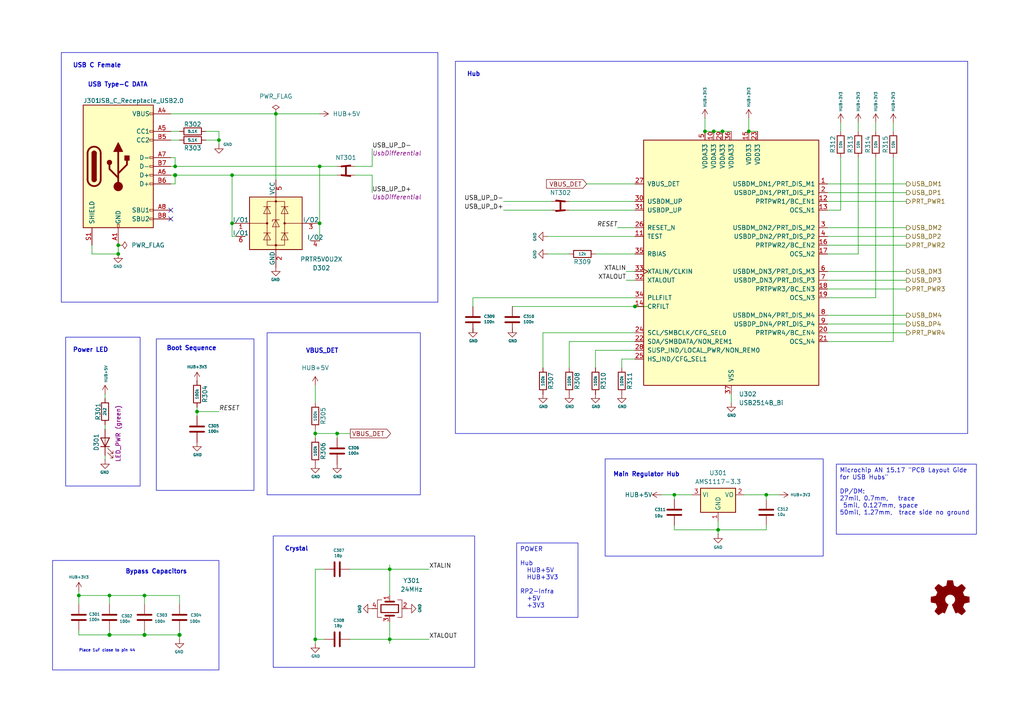
<source format=kicad_sch>
(kicad_sch (version 20231120) (generator "eeschema") (generator_version "8.0")
  (paper "A4")
  (title_block (title "Octoprobe tentacle") (date "2025-09-02") (rev "0.5") (company "Hans Märki, Märki Informatik") (comment 1 "The MIT License (MIT)"))
  (lib_symbols
    (symbol "00_project_library:AMS1117-3.3"
      (property "Reference" "U" (at -3.81 3.175 0))
      (property "Value" "AMS1117-3.3" (at 0 3.175 0))
      (symbol "AMS1117-3.3_1_1"
        (pin power_in line (at 0 -7.62 90) (length 2.54) (name "GND") (number "1"))
        (pin power_out line (at 7.62 0 180) (length 2.54) (name "VO") (number "2"))
        (pin power_in line (at -7.62 0 0) (length 2.54) (name "VI") (number "3"))
      )
    )
    (symbol "00_project_library:C" (pin_numbers hide) (pin_names (offset 0.254))
      (property "Reference" "C" (at 0.635 2.54 0))
      (property "Value" "C" (at 0.635 -2.54 0))
      (symbol "C_1_1"
        (pin passive line (at 0 3.81 270) (length 2.794) (name "~") (number "1"))
        (pin passive line (at 0 -3.81 90) (length 2.794) (name "~") (number "2"))
      )
    )
    (symbol "00_project_library:LED GREEN" (pin_numbers hide) (pin_names (offset 1.016) hide)
      (property "Reference" "D" (at 0 2.54 0))
      (property "Value" "LED GREEN" (at 0 -2.54 0))
      (symbol "LED GREEN_1_1"
        (pin passive line (at -3.81 0 0) (length 2.54) (name "K") (number "1"))
        (pin passive line (at 3.81 0 180) (length 2.54) (name "A") (number "2"))
      )
    )
    (symbol "00_project_library:PRTR5V0U2X" (pin_names (offset 0))
      (property "Reference" "D" (at 2.794 8.636 0))
      (property "Value" "PRTR5V0U2X" (at 8.128 -9.398 0))
      (property "JLC" "C2937001" (at 0 0 0))
      (symbol "PRTR5V0U2X_1_0"
        (pin passive line (at 12.7 -5.08 180) (length 2.54) (name "I/O2") (number "4"))
        (pin passive line (at -11.43 -3.81 0) (length 2.54) (name "I/O1") (number "6"))
      )
      (symbol "PRTR5V0U2X_1_1"
        (pin passive line (at -12.7 0 0) (length 5.08) (name "I/O1") (number "1"))
        (pin passive line (at 0 -12.7 90) (length 5.08) (name "GND") (number "2"))
        (pin passive line (at 12.7 0 180) (length 5.08) (name "I/O2") (number "3"))
        (pin passive line (at 0 12.7 270) (length 5.08) (name "VCC") (number "5"))
      )
    )
    (symbol "00_project_library:USB_C_Receptacle_USB2.0" (pin_names (offset 1.016))
      (property "Reference" "J" (at -10.16 19.05 0))
      (property "Value" "USB_C_Receptacle_USB2.0" (at 19.05 19.05 0))
      (symbol "USB_C_Receptacle_USB2.0_1_1"
        (pin passive line (at 0 -22.86 90) (length 5.08) (name "GND") (number "A1"))
        (pin passive line (at 0 -22.86 90) (length 5.08) hide (name "GND") (number "A12"))
        (pin passive line (at 15.24 15.24 180) (length 5.08) (name "VBUS") (number "A4"))
        (pin bidirectional line (at 15.24 10.16 180) (length 5.08) (name "CC1") (number "A5"))
        (pin bidirectional line (at 15.24 -2.54 180) (length 5.08) (name "D+") (number "A6"))
        (pin bidirectional line (at 15.24 2.54 180) (length 5.08) (name "D-") (number "A7"))
        (pin bidirectional line (at 15.24 -12.7 180) (length 5.08) (name "SBU1") (number "A8"))
        (pin passive line (at 15.24 15.24 180) (length 5.08) hide (name "VBUS") (number "A9"))
        (pin passive line (at 0 -22.86 90) (length 5.08) hide (name "GND") (number "B1"))
        (pin passive line (at 0 -22.86 90) (length 5.08) hide (name "GND") (number "B12"))
        (pin passive line (at 15.24 15.24 180) (length 5.08) hide (name "VBUS") (number "B4"))
        (pin bidirectional line (at 15.24 7.62 180) (length 5.08) (name "CC2") (number "B5"))
        (pin bidirectional line (at 15.24 -5.08 180) (length 5.08) (name "D+") (number "B6"))
        (pin bidirectional line (at 15.24 0 180) (length 5.08) (name "D-") (number "B7"))
        (pin bidirectional line (at 15.24 -15.24 180) (length 5.08) (name "SBU2") (number "B8"))
        (pin passive line (at 15.24 15.24 180) (length 5.08) hide (name "VBUS") (number "B9"))
        (pin passive line (at -7.62 -22.86 90) (length 5.08) (name "SHIELD") (number "S1"))
      )
    )
    (symbol "00_project_library:octoprobe_NetTie_USB_Differential" (pin_numbers hide) (pin_names (offset 0) hide) (in_bom no)
      (property "Reference" "NT" (at 0 1.27 0))
      (symbol "octoprobe_NetTie_USB_Differential_1_1"
        (pin passive line (at -2.54 0 0) (length 2.54) (name "1") (number "1"))
        (pin passive line (at 2.54 0 180) (length 2.54) (name "2") (number "2"))
        (pin passive line (at -2.54 -2.54 0) (length 2.54) (name "3") (number "3"))
        (pin passive line (at 2.54 -2.54 180) (length 2.54) (name "4") (number "4"))
      )
    )
    (symbol "Device:Crystal_GND24" (pin_names (offset 1.016) hide)
      (property "Reference" "Y" (at 3.175 5.08 0))
      (property "Value" "Crystal_GND24" (at 3.175 3.175 0))
      (symbol "Crystal_GND24_1_1"
        (pin passive line (at -3.81 0 0) (length 1.27) (name "1") (number "1"))
        (pin passive line (at 0 5.08 270) (length 1.27) (name "2") (number "2"))
        (pin passive line (at 3.81 0 180) (length 1.27) (name "3") (number "3"))
        (pin passive line (at 0 -5.08 90) (length 1.27) (name "4") (number "4"))
      )
    )
    (symbol "Device:R" (pin_numbers hide) (pin_names (offset 0))
      (property "Reference" "R" (at 2.032 0 90))
      (property "Value" "R" (at 0 0 90))
      (symbol "R_1_1"
        (pin passive line (at 0 3.81 270) (length 1.27) (name "~") (number "1"))
        (pin passive line (at 0 -3.81 90) (length 1.27) (name "~") (number "2"))
      )
    )
    (symbol "Graphic:Logo_Open_Hardware_Small" (in_bom no) (on_board no))
    (symbol "Interface_USB:USB2514B_Bi" (pin_names (offset 1.016))
      (property "Reference" "U" (at -17.78 40.64 0))
      (property "Value" "USB2514B_Bi" (at -20.32 38.1 0))
      (symbol "USB2514B_Bi_1_1"
        (pin bidirectional line (at 27.94 22.86 180) (length 2.54) (name "USBDM_DN1/PRT_DIS_M1") (number "1"))
        (pin power_in line (at -5.08 38.1 270) (length 2.54) (name "VDDA33") (number "10"))
        (pin input line (at -27.94 7.62 0) (length 2.54) (name "TEST") (number "11"))
        (pin bidirectional line (at 27.94 17.78 180) (length 2.54) (name "PRTPWR1/BC_EN1") (number "12"))
        (pin input line (at 27.94 15.24 180) (length 2.54) (name "OCS_N1") (number "13"))
        (pin input line (at -27.94 -12.7 0) (length 2.54) (name "CRFILT") (number "14"))
        (pin power_in line (at 5.08 38.1 270) (length 2.54) (name "VDD33") (number "15"))
        (pin bidirectional line (at 27.94 5.08 180) (length 2.54) (name "PRTPWR2/BC_EN2") (number "16"))
        (pin input line (at 27.94 2.54 180) (length 2.54) (name "OCS_N2") (number "17"))
        (pin bidirectional line (at 27.94 -7.62 180) (length 2.54) (name "PRTPWR3/BC_EN3") (number "18"))
        (pin input line (at 27.94 -10.16 180) (length 2.54) (name "OCS_N3") (number "19"))
        (pin bidirectional line (at 27.94 20.32 180) (length 2.54) (name "USBDP_DN1/PRT_DIS_P1") (number "2"))
        (pin bidirectional line (at 27.94 -20.32 180) (length 2.54) (name "PRTPWR4/BC_EN4") (number "20"))
        (pin input line (at 27.94 -22.86 180) (length 2.54) (name "OCS_N4") (number "21"))
        (pin bidirectional line (at -27.94 -22.86 0) (length 2.54) (name "SDA/SMBDATA/NON_REM1") (number "22"))
        (pin power_in line (at 7.62 38.1 270) (length 2.54) (name "VDD33") (number "23"))
        (pin bidirectional line (at -27.94 -20.32 0) (length 2.54) (name "SCL/SMBCLK/CFG_SEL0") (number "24"))
        (pin bidirectional line (at -27.94 -27.94 0) (length 2.54) (name "HS_IND/CFG_SEL1") (number "25"))
        (pin input line (at -27.94 10.16 0) (length 2.54) (name "RESET_N") (number "26"))
        (pin input line (at -27.94 22.86 0) (length 2.54) (name "VBUS_DET") (number "27"))
        (pin bidirectional line (at -27.94 -25.4 0) (length 2.54) (name "SUSP_IND/LOCAL_PWR/NON_REM0") (number "28"))
        (pin power_in line (at -2.54 38.1 270) (length 2.54) (name "VDDA33") (number "29"))
        (pin bidirectional line (at 27.94 10.16 180) (length 2.54) (name "USBDM_DN2/PRT_DIS_M2") (number "3"))
        (pin bidirectional line (at -27.94 17.78 0) (length 2.54) (name "USBDM_UP") (number "30"))
        (pin bidirectional line (at -27.94 15.24 0) (length 2.54) (name "USBDP_UP") (number "31"))
        (pin output line (at -27.94 -5.08 0) (length 2.54) (name "XTALOUT") (number "32"))
        (pin input clock (at -27.94 -2.54 0) (length 2.54) (name "XTALIN/CLKIN") (number "33"))
        (pin input line (at -27.94 -10.16 0) (length 2.54) (name "PLLFILT") (number "34"))
        (pin input line (at -27.94 2.54 0) (length 2.54) (name "RBIAS") (number "35"))
        (pin power_in line (at 0 38.1 270) (length 2.54) (name "VDDA33") (number "36"))
        (pin power_in line (at 0 -38.1 90) (length 2.54) (name "VSS") (number "37"))
        (pin bidirectional line (at 27.94 7.62 180) (length 2.54) (name "USBDP_DN2/PRT_DIS_P2") (number "4"))
        (pin power_in line (at -7.62 38.1 270) (length 2.54) (name "VDDA33") (number "5"))
        (pin bidirectional line (at 27.94 -2.54 180) (length 2.54) (name "USBDM_DN3/PRT_DIS_M3") (number "6"))
        (pin bidirectional line (at 27.94 -5.08 180) (length 2.54) (name "USBDP_DN3/PRT_DIS_P3") (number "7"))
        (pin bidirectional line (at 27.94 -15.24 180) (length 2.54) (name "USBDM_DN4/PRT_DIS_M4") (number "8"))
        (pin bidirectional line (at 27.94 -17.78 180) (length 2.54) (name "USBDP_DN4/PRT_DIS_P4") (number "9"))
      )
    )
    (symbol "power:+3V3" (power) (pin_numbers hide) (pin_names (offset 0) hide)
      (property "Value" "+3V3" (at 0 3.556 0))
      (symbol "+3V3_1_1"
        (pin power_in line (at 0 0 90) (length 0) (name "~") (number "1"))
      )
    )
    (symbol "power:+5V" (power) (pin_numbers hide) (pin_names (offset 0) hide)
      (property "Value" "+5V" (at 0 3.556 0))
      (symbol "+5V_1_1"
        (pin power_in line (at 0 0 90) (length 0) (name "~") (number "1"))
      )
    )
    (symbol "power:GND" (power) (pin_numbers hide) (pin_names (offset 0) hide)
      (property "Value" "GND" (at 0 -3.81 0))
      (symbol "GND_1_1"
        (pin power_in line (at 0 0 270) (length 0) (name "~") (number "1"))
      )
    )
    (symbol "power:PWR_FLAG" (power) (pin_numbers hide) (pin_names (offset 0) hide)
      (property "Value" "PWR_FLAG" (at 0 3.81 0))
      (symbol "PWR_FLAG_0_0"
        (pin power_out line (at 0 0 90) (length 0) (name "~") (number "1"))
      )
    )
  )
  (junction (at 91.44 185.42))
  (junction (at 80.01 33.02))
  (junction (at 50.8 50.8) (diameter 1.016))
  (junction (at 31.75 172.72))
  (junction (at 50.8 48.26))
  (junction (at 63.5 40.64))
  (junction (at 97.79 125.73))
  (junction (at 52.07 184.15) (diameter 1.016))
  (junction (at 57.15 119.38))
  (junction (at 34.29 73.66))
  (junction (at 92.71 48.26))
  (junction (at 92.71 64.77))
  (junction (at 67.31 50.8))
  (junction (at 207.01 38.1))
  (junction (at 41.91 172.72))
  (junction (at 208.28 153.67))
  (junction (at 195.58 143.51))
  (junction (at 34.29 71.12))
  (junction (at 204.47 38.1))
  (junction (at 91.44 125.73))
  (junction (at 67.31 64.77))
  (junction (at 217.17 38.1))
  (junction (at 113.03 165.1))
  (junction (at 209.55 38.1))
  (junction (at 184.15 88.9))
  (junction (at 113.03 185.42))
  (junction (at 22.86 172.72))
  (junction (at 41.91 184.15) (diameter 1.016))
  (junction (at 222.25 143.51))
  (junction (at 31.75 184.15) (diameter 1.016))
  (no_connect (at 49.53 63.5))
  (no_connect (at 49.53 60.96))
  (wire (pts (xy 240.03 96.52) (xy 262.89 96.52)))
  (wire (pts (xy 113.03 185.42) (xy 124.46 185.42)))
  (wire (pts (xy 107.95 43.18) (xy 107.95 48.26)))
  (wire (pts (xy 30.48 132.08) (xy 30.48 133.35)))
  (wire (pts (xy 92.71 48.26) (xy 92.71 64.77)))
  (wire (pts (xy 80.01 33.02) (xy 92.71 33.02)))
  (wire (pts (xy 208.28 153.67) (xy 208.28 154.94)))
  (wire (pts (xy 49.53 50.8) (xy 50.8 50.8)))
  (wire (pts (xy 240.03 53.34) (xy 262.89 53.34)))
  (wire (pts (xy 22.86 172.72) (xy 31.75 172.72)))
  (wire (pts (xy 180.34 104.14) (xy 184.15 104.14)))
  (wire (pts (xy 222.25 152.4) (xy 222.25 153.67)))
  (wire (pts (xy 212.09 116.84) (xy 212.09 114.3)))
  (wire (pts (xy 22.86 182.88) (xy 22.86 184.15)))
  (wire (pts (xy 50.8 50.8) (xy 67.31 50.8)))
  (wire (pts (xy 222.25 143.51) (xy 226.06 143.51)))
  (wire (pts (xy 180.34 106.68) (xy 180.34 104.14)))
  (wire (pts (xy 91.44 185.42) (xy 93.98 185.42)))
  (wire (pts (xy 207.01 38.1) (xy 209.55 38.1)))
  (wire (pts (xy 165.1 58.42) (xy 184.15 58.42)))
  (wire (pts (xy 49.53 38.1) (xy 52.07 38.1)))
  (wire (pts (xy 240.03 78.74) (xy 262.89 78.74)))
  (wire (pts (xy 181.61 78.74) (xy 184.15 78.74)))
  (wire (pts (xy 165.1 99.06) (xy 184.15 99.06)))
  (wire (pts (xy 91.44 124.46) (xy 91.44 125.73)))
  (wire (pts (xy 240.03 99.06) (xy 259.08 99.06)))
  (wire (pts (xy 67.31 68.58) (xy 67.31 64.77)))
  (wire (pts (xy 91.44 125.73) (xy 91.44 127)))
  (wire (pts (xy 215.9 143.51) (xy 222.25 143.51)))
  (wire (pts (xy 240.03 71.12) (xy 262.89 71.12)))
  (wire (pts (xy 31.75 182.88) (xy 31.75 184.15)))
  (wire (pts (xy 26.67 73.66) (xy 34.29 73.66)))
  (wire (pts (xy 113.03 186.69) (xy 113.03 185.42)))
  (wire (pts (xy 49.53 45.72) (xy 50.8 45.72)))
  (wire (pts (xy 243.84 60.96) (xy 243.84 45.72)))
  (wire (pts (xy 92.71 64.77) (xy 92.71 69.85)))
  (wire (pts (xy 91.44 111.76) (xy 91.44 116.84)))
  (wire (pts (xy 187.96 88.9) (xy 184.15 88.9)))
  (wire (pts (xy 157.48 96.52) (xy 184.15 96.52)))
  (wire (pts (xy 52.07 172.72) (xy 52.07 175.26)))
  (wire (pts (xy 91.44 125.73) (xy 97.79 125.73)))
  (wire (pts (xy 49.53 33.02) (xy 80.01 33.02)))
  (wire (pts (xy 67.31 50.8) (xy 67.31 64.77)))
  (wire (pts (xy 59.69 40.64) (xy 63.5 40.64)))
  (wire (pts (xy 204.47 34.29) (xy 204.47 38.1)))
  (wire (pts (xy 240.03 60.96) (xy 243.84 60.96)))
  (wire (pts (xy 259.08 99.06) (xy 259.08 45.72)))
  (wire (pts (xy 26.67 71.12) (xy 26.67 73.66)))
  (wire (pts (xy 208.28 151.13) (xy 208.28 153.67)))
  (wire (pts (xy 63.5 38.1) (xy 63.5 40.64)))
  (wire (pts (xy 57.15 119.38) (xy 57.15 120.65)))
  (wire (pts (xy 34.29 71.12) (xy 34.29 73.66)))
  (wire (pts (xy 148.59 88.9) (xy 184.15 88.9)))
  (wire (pts (xy 30.48 123.19) (xy 30.48 124.46)))
  (wire (pts (xy 195.58 143.51) (xy 195.58 144.78)))
  (wire (pts (xy 49.53 53.34) (xy 50.8 53.34)))
  (wire (pts (xy 217.17 34.29) (xy 217.17 38.1)))
  (wire (pts (xy 240.03 86.36) (xy 254 86.36)))
  (wire (pts (xy 107.95 50.8) (xy 102.87 50.8)))
  (wire (pts (xy 22.86 184.15) (xy 31.75 184.15)))
  (wire (pts (xy 165.1 106.68) (xy 165.1 99.06)))
  (wire (pts (xy 172.72 101.6) (xy 172.72 106.68)))
  (wire (pts (xy 30.48 115.57) (xy 30.48 114.3)))
  (wire (pts (xy 113.03 180.34) (xy 113.03 185.42)))
  (wire (pts (xy 195.58 153.67) (xy 208.28 153.67)))
  (wire (pts (xy 240.03 66.04) (xy 262.89 66.04)))
  (wire (pts (xy 240.03 68.58) (xy 262.89 68.58)))
  (wire (pts (xy 80.01 33.02) (xy 80.01 52.07)))
  (wire (pts (xy 157.48 96.52) (xy 157.48 106.68)))
  (wire (pts (xy 195.58 152.4) (xy 195.58 153.67)))
  (wire (pts (xy 240.03 83.82) (xy 262.89 83.82)))
  (wire (pts (xy 97.79 125.73) (xy 97.79 127)))
  (wire (pts (xy 41.91 172.72) (xy 52.07 172.72)))
  (wire (pts (xy 113.03 165.1) (xy 113.03 172.72)))
  (wire (pts (xy 240.03 55.88) (xy 262.89 55.88)))
  (wire (pts (xy 113.03 163.83) (xy 113.03 165.1)))
  (wire (pts (xy 146.05 58.42) (xy 160.02 58.42)))
  (wire (pts (xy 137.16 86.36) (xy 184.15 86.36)))
  (wire (pts (xy 107.95 55.88) (xy 107.95 50.8)))
  (wire (pts (xy 49.53 48.26) (xy 50.8 48.26)))
  (wire (pts (xy 217.17 38.1) (xy 219.71 38.1)))
  (wire (pts (xy 209.55 38.1) (xy 212.09 38.1)))
  (wire (pts (xy 31.75 172.72) (xy 31.75 175.26)))
  (wire (pts (xy 191.77 143.51) (xy 195.58 143.51)))
  (wire (pts (xy 59.69 38.1) (xy 63.5 38.1)))
  (wire (pts (xy 22.86 172.72) (xy 22.86 175.26)))
  (wire (pts (xy 254 35.56) (xy 254 38.1)))
  (wire (pts (xy 172.72 73.66) (xy 184.15 73.66)))
  (wire (pts (xy 137.16 86.36) (xy 137.16 88.9)))
  (wire (pts (xy 204.47 38.1) (xy 207.01 38.1)))
  (wire (pts (xy 200.66 143.51) (xy 195.58 143.51)))
  (wire (pts (xy 124.46 165.1) (xy 113.03 165.1)))
  (wire (pts (xy 31.75 184.15) (xy 41.91 184.15)))
  (wire (pts (xy 49.53 40.64) (xy 52.07 40.64)))
  (wire (pts (xy 63.5 40.64) (xy 63.5 41.91)))
  (wire (pts (xy 22.86 171.45) (xy 22.86 172.72)))
  (wire (pts (xy 52.07 184.15) (xy 52.07 185.42)))
  (wire (pts (xy 158.75 68.58) (xy 184.15 68.58)))
  (wire (pts (xy 57.15 118.11) (xy 57.15 119.38)))
  (wire (pts (xy 101.6 165.1) (xy 113.03 165.1)))
  (wire (pts (xy 92.71 48.26) (xy 97.79 48.26)))
  (wire (pts (xy 222.25 143.51) (xy 222.25 144.78)))
  (wire (pts (xy 41.91 184.15) (xy 52.07 184.15)))
  (wire (pts (xy 91.44 165.1) (xy 93.98 165.1)))
  (wire (pts (xy 259.08 35.56) (xy 259.08 38.1)))
  (wire (pts (xy 179.07 66.04) (xy 184.15 66.04)))
  (wire (pts (xy 254 86.36) (xy 254 45.72)))
  (wire (pts (xy 101.6 185.42) (xy 113.03 185.42)))
  (wire (pts (xy 67.31 50.8) (xy 97.79 50.8)))
  (wire (pts (xy 67.31 68.58) (xy 68.58 68.58)))
  (wire (pts (xy 137.16 95.25) (xy 137.16 96.52)))
  (wire (pts (xy 148.59 95.25) (xy 148.59 96.52)))
  (wire (pts (xy 91.44 186.69) (xy 91.44 185.42)))
  (wire (pts (xy 57.15 119.38) (xy 63.5 119.38)))
  (wire (pts (xy 52.07 182.88) (xy 52.07 184.15)))
  (wire (pts (xy 262.89 58.42) (xy 240.03 58.42)))
  (wire (pts (xy 243.84 35.56) (xy 243.84 38.1)))
  (wire (pts (xy 50.8 53.34) (xy 50.8 50.8)))
  (wire (pts (xy 248.92 73.66) (xy 248.92 45.72)))
  (wire (pts (xy 181.61 81.28) (xy 184.15 81.28)))
  (wire (pts (xy 240.03 73.66) (xy 248.92 73.66)))
  (wire (pts (xy 248.92 35.56) (xy 248.92 38.1)))
  (wire (pts (xy 107.95 48.26) (xy 102.87 48.26)))
  (wire (pts (xy 146.05 60.96) (xy 160.02 60.96)))
  (wire (pts (xy 41.91 182.88) (xy 41.91 184.15)))
  (wire (pts (xy 170.18 53.34) (xy 184.15 53.34)))
  (wire (pts (xy 240.03 91.44) (xy 262.89 91.44)))
  (wire (pts (xy 31.75 172.72) (xy 41.91 172.72)))
  (wire (pts (xy 41.91 172.72) (xy 41.91 175.26)))
  (wire (pts (xy 91.44 165.1) (xy 91.44 185.42)))
  (wire (pts (xy 240.03 81.28) (xy 262.89 81.28)))
  (wire (pts (xy 165.1 60.96) (xy 184.15 60.96)))
  (wire (pts (xy 50.8 48.26) (xy 92.71 48.26)))
  (wire (pts (xy 158.75 73.66) (xy 165.1 73.66)))
  (wire (pts (xy 50.8 45.72) (xy 50.8 48.26)))
  (wire (pts (xy 208.28 153.67) (xy 222.25 153.67)))
  (wire (pts (xy 240.03 93.98) (xy 262.89 93.98)))
  (wire (pts (xy 172.72 101.6) (xy 184.15 101.6)))
  (wire (pts (xy 101.6 125.73) (xy 97.79 125.73)))
  (rectangle (start 17.78 15.24) (end 127 87.63))
  (rectangle (start 15.24 162.56) (end 63.5 194.31))
  (rectangle (start 79.248 155.448) (end 137.668 193.548))
  (rectangle (start 45.339 98.298) (end 73.66 142.24))
  (rectangle (start 19.05 97.79) (end 40.64 140.97))
  (rectangle (start 77.47 96.52) (end 121.92 143.51))
  (rectangle (start 132.08 17.78) (end 280.67 125.73))
  (rectangle (start 175.514 133.096) (end 238.76 161.29))
  (text_box "Microchip AN 15.17 \"PCB Layout Gide for USB Hubs\"\n\nDP/DM:\n27mil, 0.7mm,   trace\n 5mil, 0.127mm, space\n50mil, 1.27mm,  trace side no ground" (at 242.57 134.62 0) (size 40.64 20.32) (effects (font (size 1.27 1.27)) (justify left top)))
  (text_box "POWER\n\nHub\n  HUB+5V\n  HUB+3V3\n\nRP2-Infra\n  +5V\n  +3V3" (at 149.86 157.48 0) (size 17.78 21.59) (effects (font (size 1.27 1.27)) (justify left top)))
  (text "Main Regulator Hub" (at 177.8 138.43 0) (effects (font (size 1.27 1.27) (thickness 0.254) (bold yes)) (justify left bottom)))
  (text "Crystal" (at 82.55 160.02 0) (effects (font (size 1.27 1.27) (thickness 0.254) (bold yes)) (justify left bottom)))
  (text "USB Type-C DATA" (at 25.4 25.4 0) (effects (font (size 1.27 1.27) (thickness 0.254) (bold yes)) (justify left bottom)))
  (text "Place 1uF close to pin 44" (at 22.86 189.23 0) (effects (font (size 0.8 0.8)) (justify left bottom)))
  (text "Power LED" (at 21.082 102.362 0) (effects (font (size 1.27 1.27) (thickness 0.254) (bold yes)) (justify left bottom)))
  (text "Hub" (at 135.382 22.352 0) (effects (font (size 1.27 1.27) (thickness 0.254) (bold yes)) (justify left bottom)))
  (text "Bypass Capacitors" (at 36.322 166.624 0) (effects (font (size 1.27 1.27) (thickness 0.254) (bold yes)) (justify left bottom)))
  (text "USB C Female" (at 21.082 19.812 0) (effects (font (size 1.27 1.27) (thickness 0.254) (bold yes)) (justify left bottom)))
  (text "VBUS_DET" (at 88.646 102.616 0) (effects (font (size 1.27 1.27) (thickness 0.254) (bold yes)) (justify left bottom)))
  (text "Boot Sequence" (at 48.26 101.854 0) (effects (font (size 1.27 1.27) (thickness 0.254) (bold yes)) (justify left bottom)))
  (label "USB_UP_D+" (at 146.05 60.96 180))
  (label "USB_UP_D+" (at 107.95 55.88 0) (property "Netclass" "UsbDifferential" (at 107.95 57.15 0) (effects (font (italic yes)) (justify left))))
  (label "XTALOUT" (at 181.61 81.28 180))
  (label "RESET" (at 179.07 66.04 180) (effects (font (italic yes))))
  (label "XTALIN" (at 181.61 78.74 180))
  (label "USB_UP_D-" (at 107.95 43.18 0) (property "Netclass" "UsbDifferential" (at 107.95 44.45 0) (effects (font (italic yes)) (justify left))))
  (label "XTALOUT" (at 124.46 185.42 0))
  (label "RESET" (at 63.5 119.38 0) (effects (font (italic yes))))
  (label "XTALIN" (at 124.46 165.1 0))
  (label "USB_UP_D-" (at 146.05 58.42 180))
  (global_label "VBUS_DET" (shape output) (at 101.6 125.73 0) (property "Intersheetrefs" "${INTERSHEET_REFS}" (effects (hide yes))))
  (global_label "VBUS_DET" (shape input) (at 170.18 53.34 180) (property "Intersheetrefs" "${INTERSHEET_REFS}" (effects (hide yes))))
  (hierarchical_label "USB_DM1" (shape output) (at 262.89 53.34 0))
  (hierarchical_label "USB_DP3" (shape output) (at 262.89 81.28 0))
  (hierarchical_label "PRT_PWR2" (shape output) (at 262.89 71.12 0))
  (hierarchical_label "USB_DP1" (shape output) (at 262.89 55.88 0))
  (hierarchical_label "USB_DM2" (shape output) (at 262.89 66.04 0))
  (hierarchical_label "PRT_PWR1" (shape output) (at 262.89 58.42 0))
  (hierarchical_label "USB_DP2" (shape output) (at 262.89 68.58 0))
  (hierarchical_label "USB_DM3" (shape output) (at 262.89 78.74 0))
  (hierarchical_label "USB_DP4" (shape output) (at 262.89 93.98 0))
  (hierarchical_label "PRT_PWR4" (shape output) (at 262.89 96.52 0))
  (hierarchical_label "PRT_PWR3" (shape output) (at 262.89 83.82 0))
  (hierarchical_label "USB_DM4" (shape output) (at 262.89 91.44 0))
  (symbol (lib_id "power:GND") (at 180.34 114.3 0) (unit 1)
    (property "Reference" "#PWR0324" (effects (hide yes)))
    (property "Value" "GND" (at 180.467 117.9322 0) (effects (font (size 0.8 0.8))))
    (property "Description" "Power symbol creates a global label with name \"GND\" , ground" (effects (hide yes)))
  )
  (symbol (lib_id "Device:R") (at 254 41.91 0) (unit 1)
    (property "Reference" "R314" (at 251.714 41.91 90))
    (property "Value" "10k" (at 254 41.91 90) (effects (font (size 0.8 0.8))))
    (property "Footprint" "Resistor_SMD:R_0402_1005Metric" (effects (hide yes)))
    (instances (project "pcb_octohub" (path "" (reference "R314") (unit 1))) (project "pcb_octohub" (path "" (reference "R1109") (unit 1))))
  )
  (symbol (lib_id "power:+3V3") (at 22.86 171.45 0) (unit 1)
    (property "Reference" "#PWR0301" (effects (hide yes)))
    (property "Value" "HUB+3V3" (at 22.86 167.386 0) (effects (font (size 0.8 0.8))))
    (property "Description" "Power symbol creates a global label with name \"+3V3\"" (effects (hide yes)))
  )
  (symbol (lib_id "power:GND") (at 118.11 176.53 90) (unit 1)
    (property "Reference" "#PWR0316" (effects (hide yes)))
    (property "Value" "GND" (at 121.7422 176.403 0) (effects (font (size 0.8 0.8))))
    (property "Description" "Power symbol creates a global label with name \"GND\" , ground" (effects (hide yes)))
    (instances (project "pcb_octohub" (path "" (reference "#PWR0316") (unit 1))) (project "pcb_octohub" (path "" (reference "#PWR01106") (unit 1))))
  )
  (symbol (lib_id "00_project_library:C") (at 195.58 148.59 0) (unit 1)
    (property "Reference" "C311" (at 189.865 147.8026 0) (effects (font (size 0.8 0.8)) (justify left)))
    (property "Value" "10u" (at 189.865 149.606 0) (effects (font (size 0.8 0.8)) (justify left)))
    (property "Footprint" "Capacitor_SMD:C_0603_1608Metric" (effects (hide yes)))
    (property "JLC" "C19702" (effects (hide yes)))
    (property "JLC" "C19702" (effects (hide yes)))
  )
  (symbol (lib_id "power:+5V") (at 92.71 33.02 270) (unit 1)
    (property "Reference" "#PWR0313" (effects (hide yes)))
    (property "Value" "HUB+5V" (at 96.52 33.0199 90) (effects (justify left)))
    (property "Description" "Power symbol creates a global label with name \"+5V\"" (effects (hide yes)))
  )
  (symbol (lib_id "power:GND") (at 52.07 185.42 0) (unit 1)
    (property "Reference" "#PWR0305" (effects (hide yes)))
    (property "Value" "GND" (at 51.943 189.0522 0) (effects (font (size 0.8 0.8))))
    (property "Description" "Power symbol creates a global label with name \"GND\" , ground" (effects (hide yes)))
    (instances (project "pcb_octohub" (path "" (reference "#PWR0305") (unit 1))) (project "pcb_octohub" (path "" (reference "#PWR01104") (unit 1))))
  )
  (symbol (lib_id "power:GND") (at 63.5 41.91 0) (unit 1)
    (property "Reference" "#PWR0308" (effects (hide yes)))
    (property "Value" "GND" (at 66.04 41.91 0) (effects (font (size 0.8 0.8))))
    (property "Description" "Power symbol creates a global label with name \"GND\" , ground" (effects (hide yes)))
  )
  (symbol (lib_id "00_project_library:C") (at 22.86 179.07 0) (unit 1)
    (property "Reference" "C301" (at 25.781 178.1556 0) (effects (font (size 0.8 0.8)) (justify left)))
    (property "Value" "100n" (at 25.781 179.705 0) (effects (font (size 0.8 0.8)) (justify left)))
    (property "Footprint" "Capacitor_SMD:C_0402_1005Metric" (effects (hide yes)))
    (property "JLC" "C1525" (effects (hide yes)))
    (instances (project "pcb_octohub" (path "" (reference "C301") (unit 1))) (project "pcb_octohub" (path "" (reference "C1101") (unit 1))))
  )
  (symbol (lib_id "power:+3V3") (at 57.15 110.49 0) (unit 1)
    (property "Reference" "#PWR0306" (effects (hide yes)))
    (property "Value" "HUB+3V3" (at 57.15 106.426 0) (effects (font (size 0.8 0.8))))
    (property "Description" "Power symbol creates a global label with name \"+3V3\"" (effects (hide yes)))
    (instances (project "pcb_octohub" (path "" (reference "#PWR0306") (unit 1))) (project "pcb_octohub" (path "" (reference "#PWR01102") (unit 1))))
  )
  (symbol (lib_id "Device:Crystal_GND24") (at 113.03 176.53 270) (unit 1)
    (property "Reference" "Y301" (at 119.38 168.402 90))
    (property "Value" "24MHz" (at 119.38 170.942 90))
    (property "Footprint" "Crystal:Crystal_SMD_3225-4Pin_3.2x2.5mm" (effects (hide yes)))
    (property "Datasheet" "https://wmsc.lcsc.com/wmsc/upload/file/pdf/v2/lcsc/2403291504_YXC-X322524MOB4SI_C70590.pdf" (effects (hide yes)))
    (property "Description" "Four pin crystal, GND on pins 2 and 4" (effects (hide yes)))
    (property "JLC" "C70590" (effects (hide yes)))
    (instances (project "pcb_octohub" (path "" (reference "Y301") (unit 1))) (project "pcb_octohub" (path "" (reference "Y1101") (unit 1))))
  )
  (symbol (lib_id "Interface_USB:USB2514B_Bi") (at 212.09 76.2 0) (unit 1)
    (property "Reference" "U302" (at 214.2841 114.3 0) (effects (justify left)))
    (property "Value" "USB2514B_Bi" (at 214.2841 116.84 0) (effects (justify left)))
    (property "Footprint" "Package_DFN_QFN:Texas_RHH0036C_VQFN-36-1EP_6x6mm_P0.5mm_EP4.4x4.4mm_ThermalVias" (effects (hide yes)))
    (property "Datasheet" "http://ww1.microchip.com/downloads/en/DeviceDoc/00001692C.pdf" (effects (hide yes)))
    (property "Description" "USB 2.0 Hi-Speed Hub Controller" (effects (hide yes)))
    (property "JLC" "C16251" (effects (hide yes)))
    (instances (project "pcb_octohub" (path "" (reference "U302") (unit 1))) (project "pcb_octohub" (path "" (reference "U1101") (unit 1))))
  )
  (symbol (lib_id "Device:R") (at 91.44 130.81 180) (unit 1)
    (property "Reference" "R306" (at 93.726 130.81 90))
    (property "Value" "100k" (at 91.44 130.81 90) (effects (font (size 0.8 0.8))))
    (property "Footprint" "Resistor_SMD:R_0402_1005Metric" (effects (hide yes)))
  )
  (symbol (lib_id "00_project_library:C") (at 41.91 179.07 0) (unit 1)
    (property "Reference" "C303" (at 45.339 178.4096 0) (effects (font (size 0.8 0.8)) (justify left)))
    (property "Value" "100n" (at 44.831 180.213 0) (effects (font (size 0.8 0.8)) (justify left)))
    (property "Footprint" "Capacitor_SMD:C_0402_1005Metric" (effects (hide yes)))
    (property "JLC" "C1525" (effects (hide yes)))
    (instances (project "pcb_octohub" (path "" (reference "C303") (unit 1))) (project "pcb_octohub" (path "" (reference "C1104") (unit 1))))
  )
  (symbol (lib_id "power:GND") (at 157.48 114.3 0) (unit 1)
    (property "Reference" "#PWR0319" (effects (hide yes)))
    (property "Value" "GND" (at 157.607 117.9322 0) (effects (font (size 0.8 0.8))))
    (property "Description" "Power symbol creates a global label with name \"GND\" , ground" (effects (hide yes)))
    (instances (project "pcb_octohub" (path "" (reference "#PWR0319") (unit 1))) (project "pcb_octohub" (path "" (reference "#PWR01111") (unit 1))))
  )
  (symbol (lib_id "power:GND") (at 57.15 128.27 0) (unit 1)
    (property "Reference" "#PWR0307" (effects (hide yes)))
    (property "Value" "GND" (at 57.277 131.9022 0) (effects (font (size 0.8 0.8))))
    (property "Description" "Power symbol creates a global label with name \"GND\" , ground" (effects (hide yes)))
    (instances (project "pcb_octohub" (path "" (reference "#PWR0307") (unit 1))) (project "pcb_octohub" (path "" (reference "#PWR01103") (unit 1))))
  )
  (symbol (lib_id "Device:R") (at 30.48 119.38 180) (unit 1)
    (property "Reference" "R301" (at 28.448 119.38 90))
    (property "Value" "2k2" (at 30.3784 119.38 90) (effects (font (size 0.8 0.8))))
    (property "Footprint" "Resistor_SMD:R_0805_2012Metric" (effects (hide yes)))
  )
  (symbol (lib_id "power:+5V") (at 91.44 111.76 0) (unit 1)
    (property "Reference" "#PWR0310" (effects (hide yes)))
    (property "Value" "HUB+5V" (at 91.44 106.68 0))
    (property "Description" "Power symbol creates a global label with name \"+5V\"" (effects (hide yes)))
  )
  (symbol (lib_id "00_project_library:octoprobe_NetTie_USB_Differential") (at 100.33 48.26 0) (unit 1) (in_bom no)
    (property "Reference" "NT301" (at 100.33 45.72 0))
    (property "Value" "octoprobe_NetTie_USB_Differential" (effects (hide yes)))
    (property "Footprint" "00_project_library:octoprobe_NetTie_USB_Differential" (effects (hide yes)))
    (property "Description" "Net tie, 4 pins" (effects (hide yes)))
  )
  (symbol (lib_id "power:GND") (at 97.79 134.62 0) (unit 1)
    (property "Reference" "#PWR0314" (effects (hide yes)))
    (property "Value" "GND" (at 97.917 138.2522 0) (effects (font (size 0.8 0.8))))
    (property "Description" "Power symbol creates a global label with name \"GND\" , ground" (effects (hide yes)))
  )
  (symbol (lib_id "00_project_library:octoprobe_NetTie_USB_Differential") (at 162.56 60.96 180) (unit 1) (in_bom no)
    (property "Reference" "NT302" (at 162.56 55.88 0))
    (property "Value" "octoprobe_NetTie_USB_Differential" (effects (hide yes)))
    (property "Footprint" "00_project_library:octoprobe_NetTie_USB_Differential" (effects (hide yes)))
    (property "Description" "Net tie, 4 pins" (effects (hide yes)))
  )
  (symbol (lib_id "00_project_library:USB_C_Receptacle_USB2.0") (at 34.29 48.26 0) (unit 1)
    (property "Reference" "J301" (at 24.13 29.21 0) (effects (justify left)))
    (property "Value" "USB_C_Receptacle_USB2.0" (at 53.34 29.21 0) (effects (justify right)))
    (property "Footprint" "00_project_library:USB_C_Receptacle_Palconn_UTC16-G" (effects (hide yes)))
    (property "Datasheet" "https://www.usb.org/sites/default/files/documents/usb_type-c.zip" (effects (hide yes)))
    (property "JLC" "C165948" (effects (hide yes)))
    (property "DigiKey" "https://www.digikey.com/en/products/detail/gct/USB4105-GF-A/11198441" (effects (hide yes)))
    (property "Digikey" "https://www.digikey.com/en/products/detail/gct/USB4105-GF-A/11198441" (effects (hide yes)))
  )
  (symbol (lib_id "power:+3V3") (at 243.84 35.56 0) (unit 1)
    (property "Reference" "#PWR0331" (effects (hide yes)))
    (property "Value" "HUB+3V3" (at 243.84 29.464 90) (effects (font (size 0.8 0.8))))
    (property "Description" "Power symbol creates a global label with name \"+3V3\"" (effects (hide yes)))
    (instances (project "pcb_octohub" (path "" (reference "#PWR0331") (unit 1))) (project "pcb_octohub" (path "" (reference "#PWR01120") (unit 1))))
  )
  (symbol (lib_id "power:GND") (at 34.29 73.66 0) (unit 1)
    (property "Reference" "#PWR0304" (effects (hide yes)))
    (property "Value" "GND" (at 34.163 77.2922 0) (effects (font (size 0.8 0.8))))
    (property "Description" "Power symbol creates a global label with name \"GND\" , ground" (effects (hide yes)))
  )
  (symbol (lib_id "00_project_library:C") (at 57.15 124.46 0) (unit 1)
    (property "Reference" "C305" (at 60.325 123.5456 0) (effects (font (size 0.8 0.8)) (justify left)))
    (property "Value" "100n" (at 60.325 125.095 0) (effects (font (size 0.8 0.8)) (justify left)))
    (property "Footprint" "Capacitor_SMD:C_0402_1005Metric" (effects (hide yes)))
    (property "JLC" "C1525" (effects (hide yes)))
    (instances (project "pcb_octohub" (path "" (reference "C305") (unit 1))) (project "pcb_octohub" (path "" (reference "C1102") (unit 1))))
  )
  (symbol (lib_id "power:GND") (at 208.28 154.94 0) (unit 1)
    (property "Reference" "#PWR0327" (effects (hide yes)))
    (property "Value" "GND" (at 208.28 158.75 0) (effects (font (size 0.8 0.8))))
    (property "Description" "Power symbol creates a global label with name \"GND\" , ground" (effects (hide yes)))
  )
  (symbol (lib_id "power:GND") (at 80.01 77.47 0) (unit 1)
    (property "Reference" "#PWR0309" (effects (hide yes)))
    (property "Value" "GND" (at 79.883 81.1022 0) (effects (font (size 0.8 0.8))))
    (property "Description" "Power symbol creates a global label with name \"GND\" , ground" (effects (hide yes)))
  )
  (symbol (lib_id "00_project_library:LED GREEN") (at 30.48 128.27 90) (unit 1)
    (property "Reference" "D301" (at 27.94 128.27 0))
    (property "Value" "green" (effects (hide yes)))
    (property "Footprint" "LED_SMD:LED_0805_2012Metric" (effects (hide yes)))
    (property "JLC" "C2297" (effects (hide yes)))
    (property "Label" "LED_PWR (green)" (at 34.29 125.73 0))
  )
  (symbol (lib_id "00_project_library:C") (at 97.79 130.81 0) (unit 1)
    (property "Reference" "C306" (at 100.965 129.8956 0) (effects (font (size 0.8 0.8)) (justify left)))
    (property "Value" "100n" (at 100.965 131.445 0) (effects (font (size 0.8 0.8)) (justify left)))
    (property "Footprint" "Capacitor_SMD:C_0402_1005Metric" (effects (hide yes)))
    (property "JLC" "C1525" (effects (hide yes)))
  )
  (symbol (lib_id "Device:R") (at 157.48 110.49 180) (unit 1)
    (property "Reference" "R307" (at 159.766 110.49 90))
    (property "Value" "100k" (at 157.48 110.49 90) (effects (font (size 0.8 0.8))))
    (property "Footprint" "Resistor_SMD:R_0402_1005Metric" (effects (hide yes)))
    (instances (project "pcb_octohub" (path "" (reference "R307") (unit 1))) (project "pcb_octohub" (path "" (reference "R1102") (unit 1))))
  )
  (symbol (lib_id "power:PWR_FLAG") (at 34.29 71.12 270) (unit 1)
    (property "Reference" "#FLG0301" (effects (hide yes)))
    (property "Value" "PWR_FLAG" (at 38.1 71.1199 90) (effects (justify left)))
    (property "Description" "Special symbol for telling ERC where power comes from" (effects (hide yes)))
  )
  (symbol (lib_id "power:GND") (at 158.75 68.58 270) (unit 1)
    (property "Reference" "#PWR0320" (effects (hide yes)))
    (property "Value" "GND" (at 155.1178 68.707 0) (effects (font (size 0.8 0.8))))
    (property "Description" "Power symbol creates a global label with name \"GND\" , ground" (effects (hide yes)))
    (instances (project "pcb_octohub" (path "" (reference "#PWR0320") (unit 1))) (project "pcb_octohub" (path "" (reference "#PWR01112") (unit 1))))
  )
  (symbol (lib_id "Device:R") (at 172.72 110.49 180) (unit 1)
    (property "Reference" "R310" (at 175.006 110.49 90))
    (property "Value" "100k" (at 172.72 110.49 90) (effects (font (size 0.8 0.8))))
    (property "Footprint" "Resistor_SMD:R_0402_1005Metric" (effects (hide yes)))
    (instances (project "pcb_octohub" (path "" (reference "R310") (unit 1))) (project "pcb_octohub" (path "" (reference "R1105") (unit 1))))
  )
  (symbol (lib_id "power:+3V3") (at 259.08 35.56 0) (unit 1)
    (property "Reference" "#PWR0334" (effects (hide yes)))
    (property "Value" "HUB+3V3" (at 259.08 29.464 90) (effects (font (size 0.8 0.8))))
    (property "Description" "Power symbol creates a global label with name \"+3V3\"" (effects (hide yes)))
    (instances (project "pcb_octohub" (path "" (reference "#PWR0334") (unit 1))) (project "pcb_octohub" (path "" (reference "#PWR01123") (unit 1))))
  )
  (symbol (lib_id "power:+3V3") (at 30.48 114.3 0) (unit 1)
    (property "Reference" "#PWR0302" (effects (hide yes)))
    (property "Value" "HUB+5V" (at 30.734 108.458 90) (effects (font (size 0.8 0.8))))
    (property "Description" "Power symbol creates a global label with name \"+3V3\"" (effects (hide yes)))
  )
  (symbol (lib_id "power:GND") (at 212.09 116.84 0) (unit 1)
    (property "Reference" "#PWR0328" (effects (hide yes)))
    (property "Value" "GND" (at 212.217 120.4722 0) (effects (font (size 0.8 0.8))))
    (property "Description" "Power symbol creates a global label with name \"GND\" , ground" (effects (hide yes)))
    (instances (project "pcb_octohub" (path "" (reference "#PWR0328") (unit 1))) (project "pcb_octohub" (path "" (reference "#PWR01118") (unit 1))))
  )
  (symbol (lib_id "power:+3V3") (at 248.92 35.56 0) (unit 1)
    (property "Reference" "#PWR0332" (effects (hide yes)))
    (property "Value" "HUB+3V3" (at 248.92 29.464 90) (effects (font (size 0.8 0.8))))
    (property "Description" "Power symbol creates a global label with name \"+3V3\"" (effects (hide yes)))
    (instances (project "pcb_octohub" (path "" (reference "#PWR0332") (unit 1))) (project "pcb_octohub" (path "" (reference "#PWR01121") (unit 1))))
  )
  (symbol (lib_id "00_project_library:C") (at 31.75 179.07 0) (unit 1)
    (property "Reference" "C302" (at 35.179 178.6636 0) (effects (font (size 0.8 0.8)) (justify left)))
    (property "Value" "100n" (at 34.671 180.213 0) (effects (font (size 0.8 0.8)) (justify left)))
    (property "Footprint" "Capacitor_SMD:C_0402_1005Metric" (effects (hide yes)))
    (property "JLC" "C1525" (effects (hide yes)))
    (instances (project "pcb_octohub" (path "" (reference "C302") (unit 1))) (project "pcb_octohub" (path "" (reference "C1103") (unit 1))))
  )
  (symbol (lib_id "power:GND") (at 148.59 95.25 0) (unit 1)
    (property "Reference" "#PWR0318" (effects (hide yes)))
    (property "Value" "GND" (at 148.717 98.8822 0) (effects (font (size 0.8 0.8))))
    (property "Description" "Power symbol creates a global label with name \"GND\" , ground" (effects (hide yes)))
    (instances (project "pcb_octohub" (path "" (reference "#PWR0318") (unit 1))) (project "pcb_octohub" (path "" (reference "#PWR01110") (unit 1))))
  )
  (symbol (lib_id "Device:R") (at 180.34 110.49 180) (unit 1)
    (property "Reference" "R311" (at 182.626 110.49 90))
    (property "Value" "100k" (at 180.34 110.49 90) (effects (font (size 0.8 0.8))))
    (property "Footprint" "Resistor_SMD:R_0402_1005Metric" (effects (hide yes)))
    (instances (project "pcb_octohub" (path "" (reference "R311") (unit 1))) (project "pcb_octohub" (path "" (reference "R1106") (unit 1))))
  )
  (symbol (lib_id "power:+3V3") (at 226.06 143.51 270) (unit 1)
    (property "Reference" "#PWR0330" (effects (hide yes)))
    (property "Value" "HUB+3V3" (at 232.156 143.51 90) (effects (font (size 0.8 0.8))))
    (property "Description" "Power symbol creates a global label with name \"+3V3\"" (effects (hide yes)))
  )
  (symbol (lib_id "power:PWR_FLAG") (at 80.01 33.02 0) (unit 1)
    (property "Reference" "#FLG0302" (effects (hide yes)))
    (property "Value" "PWR_FLAG" (at 80.01 27.94 0))
    (property "Description" "Special symbol for telling ERC where power comes from" (effects (hide yes)))
  )
  (symbol (lib_id "power:+3V3") (at 254 35.56 0) (unit 1)
    (property "Reference" "#PWR0333" (effects (hide yes)))
    (property "Value" "HUB+3V3" (at 254 29.464 90) (effects (font (size 0.8 0.8))))
    (property "Description" "Power symbol creates a global label with name \"+3V3\"" (effects (hide yes)))
    (instances (project "pcb_octohub" (path "" (reference "#PWR0333") (unit 1))) (project "pcb_octohub" (path "" (reference "#PWR01122") (unit 1))))
  )
  (symbol (lib_id "power:GND") (at 91.44 186.69 0) (unit 1)
    (property "Reference" "#PWR0312" (effects (hide yes)))
    (property "Value" "GND" (at 91.567 190.3222 0) (effects (font (size 0.8 0.8))))
    (property "Description" "Power symbol creates a global label with name \"GND\" , ground" (effects (hide yes)))
    (instances (project "pcb_octohub" (path "" (reference "#PWR0312") (unit 1))) (project "pcb_octohub" (path "" (reference "#PWR01108") (unit 1))))
  )
  (symbol (lib_id "Graphic:Logo_Open_Hardware_Small") (at 275.59 173.99 0) (unit 1) (exclude_from_sim yes) (in_bom no) (on_board no)
    (property "Reference" "#SYM301" (effects (hide yes)))
    (property "Value" "Logo_Open_Hardware_Small" (effects (hide yes)))
    (property "Description" "Open Hardware logo, small" (effects (hide yes)))
  )
  (symbol (lib_id "00_project_library:C") (at 222.25 148.59 0) (unit 1)
    (property "Reference" "C312" (at 225.425 147.6756 0) (effects (font (size 0.8 0.8)) (justify left)))
    (property "Value" "10u" (at 225.425 149.225 0) (effects (font (size 0.8 0.8)) (justify left)))
    (property "Footprint" "Capacitor_SMD:C_0603_1608Metric" (effects (hide yes)))
    (property "JLC" "C19702" (effects (hide yes)))
    (property "JLC" "C19702" (effects (hide yes)))
  )
  (symbol (lib_id "power:GND") (at 172.72 114.3 0) (unit 1)
    (property "Reference" "#PWR0323" (effects (hide yes)))
    (property "Value" "GND" (at 172.847 117.9322 0) (effects (font (size 0.8 0.8))))
    (property "Description" "Power symbol creates a global label with name \"GND\" , ground" (effects (hide yes)))
    (instances (project "pcb_octohub" (path "" (reference "#PWR0323") (unit 1))) (project "pcb_octohub" (path "" (reference "#PWR01115") (unit 1))))
  )
  (symbol (lib_id "Device:R") (at 243.84 41.91 0) (unit 1)
    (property "Reference" "R312" (at 241.554 41.91 90))
    (property "Value" "10k" (at 243.84 41.91 90) (effects (font (size 0.8 0.8))))
    (property "Footprint" "Resistor_SMD:R_0402_1005Metric" (effects (hide yes)))
    (instances (project "pcb_octohub" (path "" (reference "R312") (unit 1))) (project "pcb_octohub" (path "" (reference "R1107") (unit 1))))
  )
  (symbol (lib_id "power:+5V") (at 191.77 143.51 90) (unit 1)
    (property "Reference" "#PWR0325" (effects (hide yes)))
    (property "Value" "HUB+5V" (at 189.23 143.5099 90) (effects (justify left)))
    (property "Description" "Power symbol creates a global label with name \"+5V\"" (effects (hide yes)))
  )
  (symbol (lib_id "Device:R") (at 165.1 110.49 180) (unit 1)
    (property "Reference" "R308" (at 167.386 110.49 90))
    (property "Value" "100k" (at 165.1 110.49 90) (effects (font (size 0.8 0.8))))
    (property "Footprint" "Resistor_SMD:R_0402_1005Metric" (effects (hide yes)))
    (instances (project "pcb_octohub" (path "" (reference "R308") (unit 1))) (project "pcb_octohub" (path "" (reference "R1103") (unit 1))))
  )
  (symbol (lib_id "Device:R") (at 259.08 41.91 0) (unit 1)
    (property "Reference" "R315" (at 256.794 41.91 90))
    (property "Value" "10k" (at 259.08 41.91 90) (effects (font (size 0.8 0.8))))
    (property "Footprint" "Resistor_SMD:R_0402_1005Metric" (effects (hide yes)))
    (instances (project "pcb_octohub" (path "" (reference "R315") (unit 1))) (project "pcb_octohub" (path "" (reference "R1110") (unit 1))))
  )
  (symbol (lib_id "Device:R") (at 55.88 38.1 90) (unit 1)
    (property "Reference" "R302" (at 55.88 36.068 90))
    (property "Value" "5.1K" (at 55.88 38.1 90) (effects (font (size 0.8 0.8))))
    (property "Footprint" "Resistor_SMD:R_0402_1005Metric" (effects (hide yes)))
  )
  (symbol (lib_id "00_project_library:C") (at 137.16 92.71 0) (unit 1)
    (property "Reference" "C309" (at 140.335 91.7956 0) (effects (font (size 0.8 0.8)) (justify left)))
    (property "Value" "100n" (at 140.335 93.345 0) (effects (font (size 0.8 0.8)) (justify left)))
    (property "Footprint" "Capacitor_SMD:C_0402_1005Metric" (effects (hide yes)))
    (property "JLC" "C1525" (effects (hide yes)))
    (instances (project "pcb_octohub" (path "" (reference "C309") (unit 1))) (project "pcb_octohub" (path "" (reference "C1108") (unit 1))))
  )
  (symbol (lib_id "power:GND") (at 107.95 176.53 270) (unit 1)
    (property "Reference" "#PWR0315" (effects (hide yes)))
    (property "Value" "GND" (at 104.3178 176.657 0) (effects (font (size 0.8 0.8))))
    (property "Description" "Power symbol creates a global label with name \"GND\" , ground" (effects (hide yes)))
    (instances (project "pcb_octohub" (path "" (reference "#PWR0315") (unit 1))) (project "pcb_octohub" (path "" (reference "#PWR01107") (unit 1))))
  )
  (symbol (lib_id "power:+3V3") (at 204.47 34.29 0) (unit 1)
    (property "Reference" "#PWR0326" (effects (hide yes)))
    (property "Value" "HUB+3V3" (at 204.47 28.194 90) (effects (font (size 0.8 0.8))))
    (property "Description" "Power symbol creates a global label with name \"+3V3\"" (effects (hide yes)))
    (instances (project "pcb_octohub" (path "" (reference "#PWR0326") (unit 1))) (project "pcb_octohub" (path "" (reference "#PWR01117") (unit 1))))
  )
  (symbol (lib_id "00_project_library:PRTR5V0U2X") (at 80.01 64.77 0) (unit 1)
    (property "Reference" "D302" (at 93.218 77.724 0))
    (property "Value" "PRTR5V0U2X" (at 93.218 75.184 0))
    (property "Footprint" "Package_SON:Texas_USON-6_1x1.45mm_P0.5mm_SMD" (effects (hide yes)))
    (property "Datasheet" "https://wmsc.lcsc.com/wmsc/upload/file/pdf/v2/lcsc/2201121800_TECH-PUBLIC-PRTR5V0U2F_C2937001.pdf" (effects (hide yes)))
    (property "Description" "Ultra low capacitance double rail-to-rail ESD protection diode, SON-6(1x1.5)" (effects (hide yes)))
    (property "JLC" "C2937001" (effects (hide yes)))
  )
  (symbol (lib_id "00_project_library:C") (at 97.79 185.42 270) (unit 1)
    (property "Reference" "C308" (at 96.6724 179.959 90) (effects (font (size 0.8 0.8)) (justify left)))
    (property "Value" "18p" (at 96.901 181.483 90) (effects (font (size 0.8 0.8)) (justify left)))
    (property "Footprint" "Capacitor_SMD:C_0805_2012Metric" (effects (hide yes)))
    (property "Datasheet" "https://wmsc.lcsc.com/wmsc/upload/file/pdf/v2/lcsc/2304140030_FH--Guangdong-Fenghua-Advanced-Tech-0805CG180J500NT_C1797.pdf" (effects (hide yes)))
    (property "JLC" "C1797" (effects (hide yes)))
    (instances (project "pcb_octohub" (path "" (reference "C308") (unit 1))) (project "pcb_octohub" (path "" (reference "C1107") (unit 1))))
  )
  (symbol (lib_id "power:GND") (at 91.44 134.62 0) (unit 1)
    (property "Reference" "#PWR0311" (effects (hide yes)))
    (property "Value" "GND" (at 91.567 138.2522 0) (effects (font (size 0.8 0.8))))
    (property "Description" "Power symbol creates a global label with name \"GND\" , ground" (effects (hide yes)))
  )
  (symbol (lib_id "power:GND") (at 137.16 95.25 0) (unit 1)
    (property "Reference" "#PWR0317" (effects (hide yes)))
    (property "Value" "GND" (at 137.287 98.8822 0) (effects (font (size 0.8 0.8))))
    (property "Description" "Power symbol creates a global label with name \"GND\" , ground" (effects (hide yes)))
    (instances (project "pcb_octohub" (path "" (reference "#PWR0317") (unit 1))) (project "pcb_octohub" (path "" (reference "#PWR01109") (unit 1))))
  )
  (symbol (lib_id "power:GND") (at 30.48 133.35 0) (unit 1)
    (property "Reference" "#PWR0303" (effects (hide yes)))
    (property "Value" "GND" (at 30.353 136.9822 0) (effects (font (size 0.8 0.8))))
    (property "Description" "Power symbol creates a global label with name \"GND\" , ground" (effects (hide yes)))
  )
  (symbol (lib_id "Device:R") (at 55.88 40.64 90) (unit 1)
    (property "Reference" "R303" (at 55.88 42.926 90))
    (property "Value" "5.1K" (at 55.88 40.64 90) (effects (font (size 0.8 0.8))))
    (property "Footprint" "Resistor_SMD:R_0402_1005Metric" (effects (hide yes)))
  )
  (symbol (lib_id "00_project_library:C") (at 52.07 179.07 0) (unit 1)
    (property "Reference" "C304" (at 55.245 178.4096 0) (effects (font (size 0.8 0.8)) (justify left)))
    (property "Value" "100n" (at 54.991 180.213 0) (effects (font (size 0.8 0.8)) (justify left)))
    (property "Footprint" "Capacitor_SMD:C_0402_1005Metric" (effects (hide yes)))
    (property "JLC" "C1525" (effects (hide yes)))
    (instances (project "pcb_octohub" (path "" (reference "C304") (unit 1))) (project "pcb_octohub" (path "" (reference "C1105") (unit 1))))
  )
  (symbol (lib_id "power:GND") (at 165.1 114.3 0) (unit 1)
    (property "Reference" "#PWR0322" (effects (hide yes)))
    (property "Value" "GND" (at 165.227 117.9322 0) (effects (font (size 0.8 0.8))))
    (property "Description" "Power symbol creates a global label with name \"GND\" , ground" (effects (hide yes)))
    (instances (project "pcb_octohub" (path "" (reference "#PWR0322") (unit 1))) (project "pcb_octohub" (path "" (reference "#PWR01114") (unit 1))))
  )
  (symbol (lib_id "00_project_library:C") (at 97.79 165.1 270) (unit 1)
    (property "Reference" "C307" (at 96.6724 159.639 90) (effects (font (size 0.8 0.8)) (justify left)))
    (property "Value" "18p" (at 96.901 161.163 90) (effects (font (size 0.8 0.8)) (justify left)))
    (property "Footprint" "Capacitor_SMD:C_0805_2012Metric" (effects (hide yes)))
    (property "Datasheet" "https://wmsc.lcsc.com/wmsc/upload/file/pdf/v2/lcsc/2304140030_FH--Guangdong-Fenghua-Advanced-Tech-0805CG180J500NT_C1797.pdf" (effects (hide yes)))
    (property "JLC" "C1797" (effects (hide yes)))
    (instances (project "pcb_octohub" (path "" (reference "C307") (unit 1))) (project "pcb_octohub" (path "" (reference "C1106") (unit 1))))
  )
  (symbol (lib_id "power:+3V3") (at 217.17 34.29 0) (unit 1)
    (property "Reference" "#PWR0329" (effects (hide yes)))
    (property "Value" "HUB+3V3" (at 217.17 28.194 90) (effects (font (size 0.8 0.8))))
    (property "Description" "Power symbol creates a global label with name \"+3V3\"" (effects (hide yes)))
    (instances (project "pcb_octohub" (path "" (reference "#PWR0329") (unit 1))) (project "pcb_octohub" (path "" (reference "#PWR01119") (unit 1))))
  )
  (symbol (lib_id "Device:R") (at 91.44 120.65 180) (unit 1)
    (property "Reference" "R305" (at 93.726 120.65 90))
    (property "Value" "100k" (at 91.44 120.65 90) (effects (font (size 0.8 0.8))))
    (property "Footprint" "Resistor_SMD:R_0402_1005Metric" (effects (hide yes)))
  )
  (symbol (lib_id "Device:R") (at 248.92 41.91 0) (unit 1)
    (property "Reference" "R313" (at 246.634 41.91 90))
    (property "Value" "10k" (at 248.92 41.91 90) (effects (font (size 0.8 0.8))))
    (property "Footprint" "Resistor_SMD:R_0402_1005Metric" (effects (hide yes)))
    (instances (project "pcb_octohub" (path "" (reference "R313") (unit 1))) (project "pcb_octohub" (path "" (reference "R1108") (unit 1))))
  )
  (symbol (lib_id "00_project_library:C") (at 148.59 92.71 0) (unit 1)
    (property "Reference" "C310" (at 151.765 91.7956 0) (effects (font (size 0.8 0.8)) (justify left)))
    (property "Value" "100n" (at 151.765 93.345 0) (effects (font (size 0.8 0.8)) (justify left)))
    (property "Footprint" "Capacitor_SMD:C_0402_1005Metric" (effects (hide yes)))
    (property "JLC" "C1525" (effects (hide yes)))
    (instances (project "pcb_octohub" (path "" (reference "C310") (unit 1))) (project "pcb_octohub" (path "" (reference "C1109") (unit 1))))
  )
  (symbol (lib_id "Device:R") (at 168.91 73.66 90) (unit 1)
    (property "Reference" "R309" (at 168.91 75.946 90))
    (property "Value" "12k" (at 168.91 73.66 90) (effects (font (size 0.8 0.8))))
    (property "Footprint" "Resistor_SMD:R_0402_1005Metric" (effects (hide yes)))
    (instances (project "pcb_octohub" (path "" (reference "R309") (unit 1))) (project "pcb_octohub" (path "" (reference "R1104") (unit 1))))
  )
  (symbol (lib_id "power:GND") (at 158.75 73.66 270) (unit 1)
    (property "Reference" "#PWR0321" (effects (hide yes)))
    (property "Value" "GND" (at 155.1178 73.787 0) (effects (font (size 0.8 0.8))))
    (property "Description" "Power symbol creates a global label with name \"GND\" , ground" (effects (hide yes)))
    (instances (project "pcb_octohub" (path "" (reference "#PWR0321") (unit 1))) (project "pcb_octohub" (path "" (reference "#PWR01113") (unit 1))))
  )
  (symbol (lib_id "00_project_library:AMS1117-3.3") (at 208.28 143.51 0) (unit 1)
    (property "Reference" "U301" (at 208.28 137.16 0))
    (property "Value" "AMS1117-3.3" (at 208.28 139.7 0))
    (property "Footprint" "00_project_library:SOT-223-3_TabPin2" (effects (hide yes)))
    (property "Datasheet" "http://www.advanced-monolithic.com/pdf/ds1117.pdf" (effects (hide yes)))
    (property "JLC" "C6186" (effects (hide yes)))
  )
  (symbol (lib_id "Device:R") (at 57.15 114.3 180) (unit 1)
    (property "Reference" "R304" (at 59.436 114.3 90))
    (property "Value" "100k" (at 57.15 114.3 90) (effects (font (size 0.8 0.8))))
    (property "Footprint" "Resistor_SMD:R_0402_1005Metric" (effects (hide yes)))
    (instances (project "pcb_octohub" (path "" (reference "R304") (unit 1))) (project "pcb_octohub" (path "" (reference "R1101") (unit 1))))
  )
)
</source>
